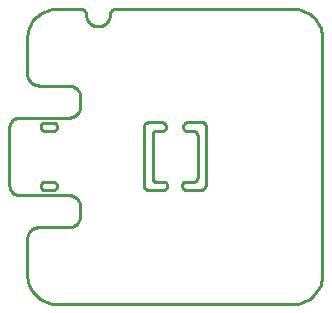
<source format=gko>
G04 EAGLE Gerber X2 export*
%TF.Part,Single*%
%TF.FileFunction,Profile,NP*%
%TF.FilePolarity,Positive*%
%TF.GenerationSoftware,Autodesk,EAGLE,9.6.2*%
%TF.CreationDate,2022-05-19T00:38:24Z*%
G75*
%MOMM*%
%FSLAX34Y34*%
%LPD*%
%IN*%
%AMOC8*
5,1,8,0,0,1.08239X$1,22.5*%
G01*
%ADD10C,0.254000*%


D10*
X0Y100300D02*
X30Y99603D01*
X122Y98911D01*
X273Y98229D01*
X482Y97564D01*
X750Y96919D01*
X1072Y96300D01*
X1447Y95711D01*
X1872Y95158D01*
X2343Y94643D01*
X2858Y94172D01*
X3411Y93747D01*
X4000Y93372D01*
X4619Y93050D01*
X5264Y92782D01*
X5929Y92573D01*
X6611Y92422D01*
X7303Y92330D01*
X8000Y92300D01*
X50000Y92300D01*
X50863Y92271D01*
X51721Y92167D01*
X52566Y91989D01*
X53392Y91737D01*
X54193Y91415D01*
X54963Y91024D01*
X55697Y90567D01*
X56387Y90048D01*
X57030Y89471D01*
X57620Y88840D01*
X58152Y88160D01*
X58624Y87437D01*
X59030Y86675D01*
X59369Y85880D01*
X59637Y85059D01*
X59832Y84218D01*
X59954Y83362D01*
X60000Y82500D01*
X60000Y75000D01*
X59962Y74128D01*
X59848Y73264D01*
X59659Y72412D01*
X59397Y71580D01*
X59063Y70774D01*
X58660Y70000D01*
X58192Y69264D01*
X57660Y68572D01*
X57071Y67929D01*
X56428Y67340D01*
X55736Y66808D01*
X55000Y66340D01*
X54226Y65937D01*
X53420Y65603D01*
X52588Y65341D01*
X51736Y65152D01*
X50872Y65038D01*
X50000Y65000D01*
X25000Y65000D01*
X24128Y64962D01*
X23264Y64848D01*
X22412Y64659D01*
X21580Y64397D01*
X20774Y64063D01*
X20000Y63660D01*
X19264Y63192D01*
X18572Y62660D01*
X17929Y62071D01*
X17340Y61428D01*
X16808Y60736D01*
X16340Y60000D01*
X15937Y59226D01*
X15603Y58420D01*
X15341Y57588D01*
X15152Y56736D01*
X15038Y55872D01*
X15000Y55000D01*
X15000Y25000D01*
X15095Y22821D01*
X15380Y20659D01*
X15852Y18530D01*
X16508Y16450D01*
X17342Y14435D01*
X18349Y12500D01*
X19521Y10661D01*
X20849Y8930D01*
X22322Y7322D01*
X23930Y5849D01*
X25661Y4521D01*
X27500Y3349D01*
X29435Y2342D01*
X31450Y1508D01*
X33530Y852D01*
X35659Y380D01*
X37821Y95D01*
X40000Y0D01*
X240000Y0D01*
X242179Y95D01*
X244341Y380D01*
X246470Y852D01*
X248551Y1508D01*
X250565Y2342D01*
X252500Y3349D01*
X254339Y4521D01*
X256070Y5849D01*
X257678Y7322D01*
X259151Y8930D01*
X260479Y10661D01*
X261651Y12500D01*
X262658Y14435D01*
X263492Y16450D01*
X264148Y18530D01*
X264620Y20659D01*
X264905Y22821D01*
X265000Y25000D01*
X265000Y225000D01*
X264905Y227179D01*
X264620Y229341D01*
X264148Y231470D01*
X263492Y233551D01*
X262658Y235565D01*
X261651Y237500D01*
X260479Y239339D01*
X259151Y241070D01*
X257678Y242678D01*
X256070Y244151D01*
X254339Y245479D01*
X252500Y246651D01*
X250565Y247658D01*
X248551Y248492D01*
X246470Y249148D01*
X244341Y249620D01*
X242179Y249905D01*
X240000Y250000D01*
X90000Y250000D01*
X89564Y249981D01*
X89132Y249924D01*
X88706Y249830D01*
X88290Y249698D01*
X87887Y249532D01*
X87500Y249330D01*
X87132Y249096D01*
X86786Y248830D01*
X86464Y248536D01*
X86170Y248214D01*
X85904Y247868D01*
X85670Y247500D01*
X85468Y247113D01*
X85302Y246710D01*
X85170Y246294D01*
X85076Y245868D01*
X85019Y245436D01*
X85000Y245000D01*
X84962Y244128D01*
X84848Y243264D01*
X84659Y242412D01*
X84397Y241580D01*
X84063Y240774D01*
X83660Y240000D01*
X83192Y239264D01*
X82660Y238572D01*
X82071Y237929D01*
X81428Y237340D01*
X80736Y236808D01*
X80000Y236340D01*
X79226Y235937D01*
X78420Y235603D01*
X77588Y235341D01*
X76736Y235152D01*
X75872Y235038D01*
X75000Y235000D01*
X74128Y235038D01*
X73264Y235152D01*
X72412Y235341D01*
X71580Y235603D01*
X70774Y235937D01*
X70000Y236340D01*
X69264Y236808D01*
X68572Y237340D01*
X67929Y237929D01*
X67340Y238572D01*
X66808Y239264D01*
X66340Y240000D01*
X65937Y240774D01*
X65603Y241580D01*
X65341Y242412D01*
X65152Y243264D01*
X65038Y244128D01*
X65000Y245000D01*
X64981Y245436D01*
X64924Y245868D01*
X64830Y246294D01*
X64698Y246710D01*
X64532Y247113D01*
X64330Y247500D01*
X64096Y247868D01*
X63830Y248214D01*
X63536Y248536D01*
X63214Y248830D01*
X62868Y249096D01*
X62500Y249330D01*
X62113Y249532D01*
X61710Y249698D01*
X61294Y249830D01*
X60868Y249924D01*
X60436Y249981D01*
X60000Y250000D01*
X40000Y250000D01*
X37821Y249905D01*
X35659Y249620D01*
X33530Y249148D01*
X31450Y248492D01*
X29435Y247658D01*
X27500Y246651D01*
X25661Y245479D01*
X23930Y244151D01*
X22322Y242678D01*
X20849Y241070D01*
X19521Y239339D01*
X18349Y237500D01*
X17342Y235565D01*
X16508Y233551D01*
X15852Y231470D01*
X15380Y229341D01*
X15095Y227179D01*
X15000Y225000D01*
X15000Y195000D01*
X15038Y194128D01*
X15152Y193264D01*
X15341Y192412D01*
X15603Y191580D01*
X15937Y190774D01*
X16340Y190000D01*
X16808Y189264D01*
X17340Y188572D01*
X17929Y187929D01*
X18572Y187340D01*
X19264Y186808D01*
X20000Y186340D01*
X20774Y185937D01*
X21580Y185603D01*
X22412Y185341D01*
X23264Y185152D01*
X24128Y185038D01*
X25000Y185000D01*
X50000Y185000D01*
X50872Y184962D01*
X51736Y184848D01*
X52588Y184659D01*
X53420Y184397D01*
X54226Y184063D01*
X55000Y183660D01*
X55736Y183192D01*
X56428Y182660D01*
X57071Y182071D01*
X57660Y181428D01*
X58192Y180736D01*
X58660Y180000D01*
X59063Y179226D01*
X59397Y178420D01*
X59659Y177588D01*
X59848Y176736D01*
X59962Y175872D01*
X60000Y175000D01*
X60000Y167500D01*
X59954Y166638D01*
X59832Y165782D01*
X59637Y164941D01*
X59369Y164120D01*
X59030Y163325D01*
X58624Y162563D01*
X58152Y161840D01*
X57620Y161160D01*
X57030Y160529D01*
X56387Y159952D01*
X55697Y159433D01*
X54963Y158976D01*
X54193Y158585D01*
X53392Y158263D01*
X52566Y158011D01*
X51721Y157833D01*
X50863Y157729D01*
X50000Y157700D01*
X8000Y157700D01*
X7303Y157670D01*
X6611Y157578D01*
X5929Y157427D01*
X5264Y157218D01*
X4619Y156950D01*
X4000Y156628D01*
X3411Y156253D01*
X2858Y155828D01*
X2343Y155357D01*
X1872Y154842D01*
X1447Y154289D01*
X1072Y153700D01*
X750Y153081D01*
X482Y152436D01*
X273Y151771D01*
X122Y151089D01*
X30Y150397D01*
X0Y149700D01*
X0Y100300D01*
X26500Y150000D02*
X26513Y149695D01*
X26553Y149392D01*
X26619Y149094D01*
X26711Y148803D01*
X26828Y148521D01*
X26969Y148250D01*
X27133Y147992D01*
X27319Y147750D01*
X27525Y147525D01*
X27750Y147319D01*
X27992Y147133D01*
X28250Y146969D01*
X28521Y146828D01*
X28803Y146711D01*
X29094Y146619D01*
X29392Y146553D01*
X29695Y146513D01*
X30000Y146500D01*
X37000Y146500D01*
X37305Y146513D01*
X37608Y146553D01*
X37906Y146619D01*
X38197Y146711D01*
X38479Y146828D01*
X38750Y146969D01*
X39008Y147133D01*
X39250Y147319D01*
X39475Y147525D01*
X39681Y147750D01*
X39867Y147992D01*
X40031Y148250D01*
X40172Y148521D01*
X40289Y148803D01*
X40381Y149094D01*
X40447Y149392D01*
X40487Y149695D01*
X40500Y150000D01*
X40487Y150305D01*
X40447Y150608D01*
X40381Y150906D01*
X40289Y151197D01*
X40172Y151479D01*
X40031Y151750D01*
X39867Y152008D01*
X39681Y152250D01*
X39475Y152475D01*
X39250Y152681D01*
X39008Y152867D01*
X38750Y153031D01*
X38479Y153172D01*
X38197Y153289D01*
X37906Y153381D01*
X37608Y153447D01*
X37305Y153487D01*
X37000Y153500D01*
X30000Y153500D01*
X29695Y153487D01*
X29392Y153447D01*
X29094Y153381D01*
X28803Y153289D01*
X28521Y153172D01*
X28250Y153031D01*
X27992Y152867D01*
X27750Y152681D01*
X27525Y152475D01*
X27319Y152250D01*
X27133Y152008D01*
X26969Y151750D01*
X26828Y151479D01*
X26711Y151197D01*
X26619Y150906D01*
X26553Y150608D01*
X26513Y150305D01*
X26500Y150000D01*
X26500Y100000D02*
X26513Y99695D01*
X26553Y99392D01*
X26619Y99094D01*
X26711Y98803D01*
X26828Y98521D01*
X26969Y98250D01*
X27133Y97992D01*
X27319Y97750D01*
X27525Y97525D01*
X27750Y97319D01*
X27992Y97133D01*
X28250Y96969D01*
X28521Y96828D01*
X28803Y96711D01*
X29094Y96619D01*
X29392Y96553D01*
X29695Y96513D01*
X30000Y96500D01*
X37000Y96500D01*
X37305Y96513D01*
X37608Y96553D01*
X37906Y96619D01*
X38197Y96711D01*
X38479Y96828D01*
X38750Y96969D01*
X39008Y97133D01*
X39250Y97319D01*
X39475Y97525D01*
X39681Y97750D01*
X39867Y97992D01*
X40031Y98250D01*
X40172Y98521D01*
X40289Y98803D01*
X40381Y99094D01*
X40447Y99392D01*
X40487Y99695D01*
X40500Y100000D01*
X40487Y100305D01*
X40447Y100608D01*
X40381Y100906D01*
X40289Y101197D01*
X40172Y101479D01*
X40031Y101750D01*
X39867Y102008D01*
X39681Y102250D01*
X39475Y102475D01*
X39250Y102681D01*
X39008Y102867D01*
X38750Y103031D01*
X38479Y103172D01*
X38197Y103289D01*
X37906Y103381D01*
X37608Y103447D01*
X37305Y103487D01*
X37000Y103500D01*
X30000Y103500D01*
X29695Y103487D01*
X29392Y103447D01*
X29094Y103381D01*
X28803Y103289D01*
X28521Y103172D01*
X28250Y103031D01*
X27992Y102867D01*
X27750Y102681D01*
X27525Y102475D01*
X27319Y102250D01*
X27133Y102008D01*
X26969Y101750D01*
X26828Y101479D01*
X26711Y101197D01*
X26619Y100906D01*
X26553Y100608D01*
X26513Y100305D01*
X26500Y100000D01*
X113538Y100584D02*
X113553Y100252D01*
X113596Y99922D01*
X113668Y99598D01*
X113768Y99281D01*
X113895Y98974D01*
X114048Y98679D01*
X114227Y98399D01*
X114429Y98135D01*
X114654Y97890D01*
X114899Y97665D01*
X115163Y97463D01*
X115443Y97284D01*
X115738Y97131D01*
X116045Y97004D01*
X116362Y96904D01*
X116686Y96832D01*
X117016Y96789D01*
X117348Y96774D01*
X130302Y96774D01*
X130568Y96786D01*
X130831Y96820D01*
X131091Y96878D01*
X131344Y96958D01*
X131590Y97060D01*
X131826Y97182D01*
X132050Y97325D01*
X132261Y97487D01*
X132457Y97667D01*
X132637Y97863D01*
X132799Y98074D01*
X132942Y98298D01*
X133064Y98534D01*
X133166Y98780D01*
X133246Y99033D01*
X133304Y99293D01*
X133338Y99556D01*
X133350Y99822D01*
X133350Y100584D01*
X133338Y100850D01*
X133304Y101113D01*
X133246Y101373D01*
X133166Y101626D01*
X133064Y101872D01*
X132942Y102108D01*
X132799Y102332D01*
X132637Y102543D01*
X132457Y102739D01*
X132261Y102919D01*
X132050Y103081D01*
X131826Y103224D01*
X131590Y103346D01*
X131344Y103448D01*
X131091Y103528D01*
X130831Y103586D01*
X130568Y103620D01*
X130302Y103632D01*
X123444Y103632D01*
X123245Y103641D01*
X123047Y103667D01*
X122852Y103710D01*
X122662Y103770D01*
X122478Y103846D01*
X122301Y103938D01*
X122133Y104045D01*
X121975Y104167D01*
X121828Y104302D01*
X121693Y104449D01*
X121571Y104607D01*
X121464Y104775D01*
X121372Y104952D01*
X121296Y105136D01*
X121236Y105326D01*
X121193Y105521D01*
X121167Y105719D01*
X121158Y105918D01*
X121158Y144018D01*
X121167Y144217D01*
X121193Y144415D01*
X121236Y144610D01*
X121296Y144800D01*
X121372Y144984D01*
X121464Y145161D01*
X121571Y145329D01*
X121693Y145487D01*
X121828Y145634D01*
X121975Y145769D01*
X122133Y145891D01*
X122301Y145998D01*
X122478Y146090D01*
X122662Y146166D01*
X122852Y146226D01*
X123047Y146269D01*
X123245Y146295D01*
X123444Y146304D01*
X128778Y146304D01*
X129110Y146319D01*
X129440Y146362D01*
X129764Y146434D01*
X130081Y146534D01*
X130388Y146661D01*
X130683Y146814D01*
X130963Y146993D01*
X131227Y147195D01*
X131472Y147420D01*
X131697Y147665D01*
X131899Y147929D01*
X132078Y148209D01*
X132231Y148504D01*
X132358Y148811D01*
X132458Y149128D01*
X132530Y149452D01*
X132574Y149782D01*
X132588Y150114D01*
X132574Y150446D01*
X132530Y150776D01*
X132458Y151100D01*
X132358Y151417D01*
X132231Y151724D01*
X132078Y152019D01*
X131899Y152299D01*
X131697Y152563D01*
X131472Y152808D01*
X131227Y153033D01*
X130963Y153235D01*
X130683Y153414D01*
X130388Y153567D01*
X130081Y153694D01*
X129764Y153794D01*
X129440Y153866D01*
X129110Y153910D01*
X128778Y153924D01*
X118110Y153924D01*
X117712Y153907D01*
X117316Y153855D01*
X116927Y153768D01*
X116546Y153648D01*
X116178Y153496D01*
X115824Y153311D01*
X115488Y153097D01*
X115171Y152854D01*
X114877Y152585D01*
X114608Y152291D01*
X114365Y151974D01*
X114151Y151638D01*
X113966Y151284D01*
X113814Y150916D01*
X113694Y150535D01*
X113607Y150146D01*
X113555Y149750D01*
X113538Y149352D01*
X113538Y100584D01*
X146304Y99822D02*
X146316Y99556D01*
X146350Y99293D01*
X146408Y99033D01*
X146488Y98780D01*
X146590Y98534D01*
X146712Y98298D01*
X146855Y98074D01*
X147017Y97863D01*
X147197Y97667D01*
X147393Y97487D01*
X147604Y97325D01*
X147828Y97182D01*
X148064Y97060D01*
X148310Y96958D01*
X148563Y96878D01*
X148823Y96820D01*
X149086Y96786D01*
X149352Y96774D01*
X162306Y96774D01*
X162638Y96789D01*
X162968Y96832D01*
X163292Y96904D01*
X163609Y97004D01*
X163916Y97131D01*
X164211Y97284D01*
X164491Y97463D01*
X164755Y97665D01*
X165000Y97890D01*
X165225Y98135D01*
X165427Y98399D01*
X165606Y98679D01*
X165759Y98974D01*
X165886Y99281D01*
X165986Y99598D01*
X166058Y99922D01*
X166102Y100252D01*
X166116Y100584D01*
X166116Y150876D01*
X166104Y151142D01*
X166070Y151405D01*
X166012Y151665D01*
X165932Y151918D01*
X165830Y152164D01*
X165708Y152400D01*
X165565Y152624D01*
X165403Y152835D01*
X165223Y153031D01*
X165027Y153211D01*
X164816Y153373D01*
X164592Y153516D01*
X164356Y153638D01*
X164110Y153740D01*
X163857Y153820D01*
X163597Y153878D01*
X163334Y153912D01*
X163068Y153924D01*
X150876Y153924D01*
X150544Y153910D01*
X150214Y153866D01*
X149890Y153794D01*
X149573Y153694D01*
X149266Y153567D01*
X148971Y153414D01*
X148691Y153235D01*
X148427Y153033D01*
X148182Y152808D01*
X147957Y152563D01*
X147755Y152299D01*
X147576Y152019D01*
X147423Y151724D01*
X147296Y151417D01*
X147196Y151100D01*
X147124Y150776D01*
X147081Y150446D01*
X147066Y150114D01*
X147081Y149782D01*
X147124Y149452D01*
X147196Y149128D01*
X147296Y148811D01*
X147423Y148504D01*
X147576Y148209D01*
X147755Y147929D01*
X147957Y147665D01*
X148182Y147420D01*
X148427Y147195D01*
X148691Y146993D01*
X148971Y146814D01*
X149266Y146661D01*
X149573Y146534D01*
X149890Y146434D01*
X150214Y146362D01*
X150544Y146319D01*
X150876Y146304D01*
X156210Y146304D01*
X156476Y146292D01*
X156739Y146258D01*
X156999Y146200D01*
X157252Y146120D01*
X157498Y146018D01*
X157734Y145896D01*
X157958Y145753D01*
X158169Y145591D01*
X158365Y145411D01*
X158545Y145215D01*
X158707Y145004D01*
X158850Y144780D01*
X158972Y144544D01*
X159074Y144298D01*
X159154Y144045D01*
X159212Y143785D01*
X159246Y143522D01*
X159258Y143256D01*
X159258Y106680D01*
X159246Y106414D01*
X159212Y106151D01*
X159154Y105891D01*
X159074Y105638D01*
X158972Y105392D01*
X158850Y105156D01*
X158707Y104932D01*
X158545Y104721D01*
X158365Y104525D01*
X158169Y104345D01*
X157958Y104183D01*
X157734Y104040D01*
X157498Y103918D01*
X157252Y103816D01*
X156999Y103736D01*
X156739Y103678D01*
X156476Y103644D01*
X156210Y103632D01*
X149352Y103632D01*
X149086Y103620D01*
X148823Y103586D01*
X148563Y103528D01*
X148310Y103448D01*
X148064Y103346D01*
X147828Y103224D01*
X147604Y103081D01*
X147393Y102919D01*
X147197Y102739D01*
X147017Y102543D01*
X146855Y102332D01*
X146712Y102108D01*
X146590Y101872D01*
X146488Y101626D01*
X146408Y101373D01*
X146350Y101113D01*
X146316Y100850D01*
X146304Y100584D01*
X146304Y99822D01*
M02*

</source>
